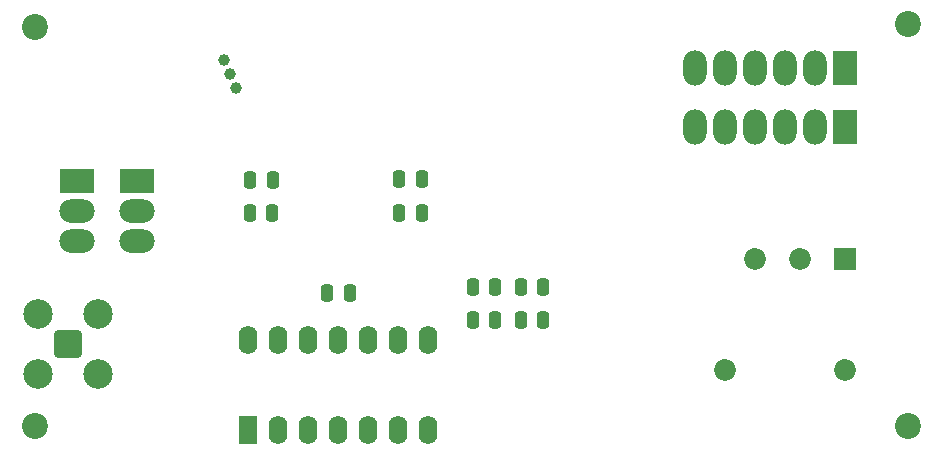
<source format=gbr>
%TF.GenerationSoftware,KiCad,Pcbnew,7.0.1*%
%TF.CreationDate,2023-12-13T14:51:25+00:00*%
%TF.ProjectId,UoB Amptek,556f4220-416d-4707-9465-6b2e6b696361,1*%
%TF.SameCoordinates,Original*%
%TF.FileFunction,Soldermask,Bot*%
%TF.FilePolarity,Negative*%
%FSLAX46Y46*%
G04 Gerber Fmt 4.6, Leading zero omitted, Abs format (unit mm)*
G04 Created by KiCad (PCBNEW 7.0.1) date 2023-12-13 14:51:25*
%MOMM*%
%LPD*%
G01*
G04 APERTURE LIST*
G04 Aperture macros list*
%AMRoundRect*
0 Rectangle with rounded corners*
0 $1 Rounding radius*
0 $2 $3 $4 $5 $6 $7 $8 $9 X,Y pos of 4 corners*
0 Add a 4 corners polygon primitive as box body*
4,1,4,$2,$3,$4,$5,$6,$7,$8,$9,$2,$3,0*
0 Add four circle primitives for the rounded corners*
1,1,$1+$1,$2,$3*
1,1,$1+$1,$4,$5*
1,1,$1+$1,$6,$7*
1,1,$1+$1,$8,$9*
0 Add four rect primitives between the rounded corners*
20,1,$1+$1,$2,$3,$4,$5,0*
20,1,$1+$1,$4,$5,$6,$7,0*
20,1,$1+$1,$6,$7,$8,$9,0*
20,1,$1+$1,$8,$9,$2,$3,0*%
G04 Aperture macros list end*
%ADD10R,3.000000X2.000000*%
%ADD11O,3.000000X2.000000*%
%ADD12C,2.200000*%
%ADD13RoundRect,0.200100X0.949900X-0.949900X0.949900X0.949900X-0.949900X0.949900X-0.949900X-0.949900X0*%
%ADD14C,2.500000*%
%ADD15R,2.000000X3.000000*%
%ADD16O,2.000000X3.000000*%
%ADD17C,1.000000*%
%ADD18R,1.600000X2.400000*%
%ADD19O,1.600000X2.400000*%
%ADD20R,1.850000X1.850000*%
%ADD21C,1.850000*%
%ADD22RoundRect,0.250000X0.250000X0.475000X-0.250000X0.475000X-0.250000X-0.475000X0.250000X-0.475000X0*%
%ADD23RoundRect,0.250000X-0.250000X-0.475000X0.250000X-0.475000X0.250000X0.475000X-0.250000X0.475000X0*%
G04 APERTURE END LIST*
D10*
%TO.C,J1*%
X95678000Y-71221600D03*
X90678000Y-71221600D03*
D11*
X95678000Y-73761600D03*
X90678000Y-73761600D03*
X95678000Y-76301600D03*
X90678000Y-76301600D03*
%TD*%
D12*
%TO.C,H2*%
X87122000Y-91948000D03*
%TD*%
D13*
%TO.C,J2*%
X89860000Y-85040000D03*
D14*
X87320000Y-87580000D03*
X92400000Y-87580000D03*
X87320000Y-82500000D03*
X92400000Y-82500000D03*
%TD*%
D15*
%TO.C,J4*%
X155625800Y-66649600D03*
X155625800Y-61649600D03*
D16*
X153085800Y-66649600D03*
X153085800Y-61649600D03*
X150545800Y-66649600D03*
X150545800Y-61649600D03*
X148005800Y-66649600D03*
X148005800Y-61649600D03*
X145465800Y-66649600D03*
X145465800Y-61649600D03*
X142925800Y-66649600D03*
X142925800Y-61649600D03*
%TD*%
D12*
%TO.C,H3*%
X161010600Y-57937400D03*
%TD*%
D17*
%TO.C,IAC*%
X103100604Y-60971500D03*
X103608604Y-62139900D03*
X104065804Y-63333700D03*
%TD*%
D12*
%TO.C,H4*%
X161036000Y-91948000D03*
%TD*%
%TO.C,H1*%
X87122000Y-58166000D03*
%TD*%
D18*
%TO.C,U3*%
X105105200Y-92303600D03*
D19*
X107645200Y-92303600D03*
X110185200Y-92303600D03*
X112725200Y-92303600D03*
X115265200Y-92303600D03*
X117805200Y-92303600D03*
X120345200Y-92303600D03*
X120345200Y-84683600D03*
X117805200Y-84683600D03*
X115265200Y-84683600D03*
X112725200Y-84683600D03*
X110185200Y-84683600D03*
X107645200Y-84683600D03*
X105105200Y-84683600D03*
%TD*%
D20*
%TO.C,PS1*%
X155702000Y-77800000D03*
D21*
X151892000Y-77800000D03*
X155702000Y-87198000D03*
X145542000Y-87198000D03*
X148082000Y-77800000D03*
%TD*%
D22*
%TO.C,C10*%
X107188000Y-73914000D03*
X105288000Y-73914000D03*
%TD*%
%TO.C,C7*%
X130124200Y-80187800D03*
X128224200Y-80187800D03*
%TD*%
%TO.C,C17*%
X126060200Y-80187800D03*
X124160200Y-80187800D03*
%TD*%
%TO.C,C9*%
X107198200Y-71120000D03*
X105298200Y-71120000D03*
%TD*%
%TO.C,C8*%
X130124200Y-82981800D03*
X128224200Y-82981800D03*
%TD*%
D23*
%TO.C,C16*%
X117922000Y-71094600D03*
X119822000Y-71094600D03*
%TD*%
D22*
%TO.C,C19*%
X126060200Y-82981800D03*
X124160200Y-82981800D03*
%TD*%
%TO.C,C13*%
X113726000Y-80670400D03*
X111826000Y-80670400D03*
%TD*%
D23*
%TO.C,C18*%
X117937200Y-73914000D03*
X119837200Y-73914000D03*
%TD*%
M02*

</source>
